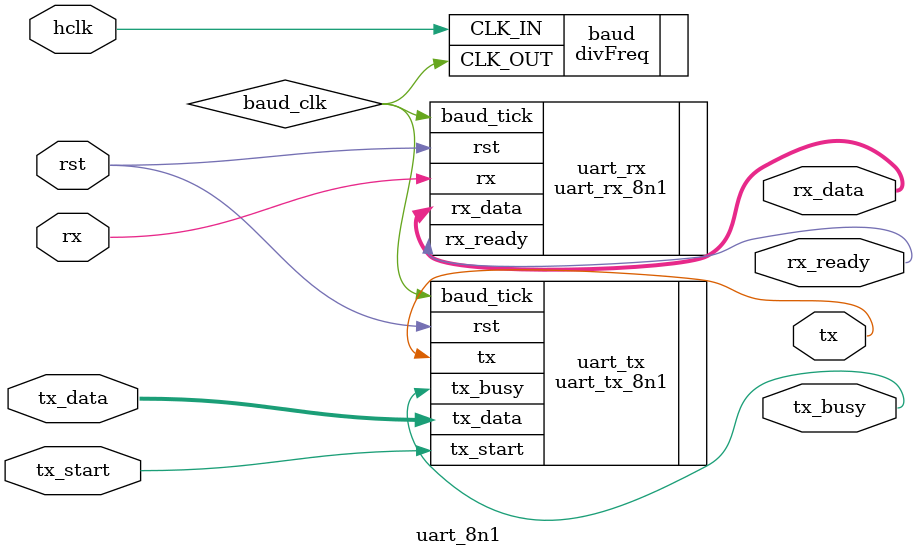
<source format=v>
`include "./divFreq.v"
`include "./uart_rx_8n1.v"
`include "./uart_tx_8n1.v"

module uart_8n1 (
    // Inputs and output ports
    input  wire       hclk,      // Baud tick generado externamente
    input  wire       rst,       // Reset
    input  wire       rx,        // Línea de recepción
    output wire       tx,        // Línea de transmisión
    input  wire [7:0] tx_data,   // Dato a transmitir
    input  wire       tx_start,  // Señal para iniciar transmisión
    output wire       tx_busy,   // Indicador de transmisor ocupado
    output wire [7:0] rx_data,   // Dato recibido
    output wire       rx_ready   // Indicador de dato recibido
);

  // Declaración de señales [reg, wire]
  wire baud_clk;

  // Descripción del comportamiento
`ifdef DEBUG
  assign baud_clk = hclk;
`else
  divFreq baud (
      .CLK_IN (hclk),
      .CLK_OUT(baud_clk),
  );
`endif

  uart_tx_8n1 uart_tx (
      .baud_tick(baud_clk),
      .rst(rst),
      .tx(tx),
      .tx_data(tx_data),
      .tx_start(tx_start),
      .tx_busy(tx_busy)
  );

  uart_rx_8n1 uart_rx (
      .baud_tick(baud_clk),
      .rst(rst),
      .rx(rx),
      .rx_data(rx_data),
      .rx_ready(rx_ready)
  );

endmodule

</source>
